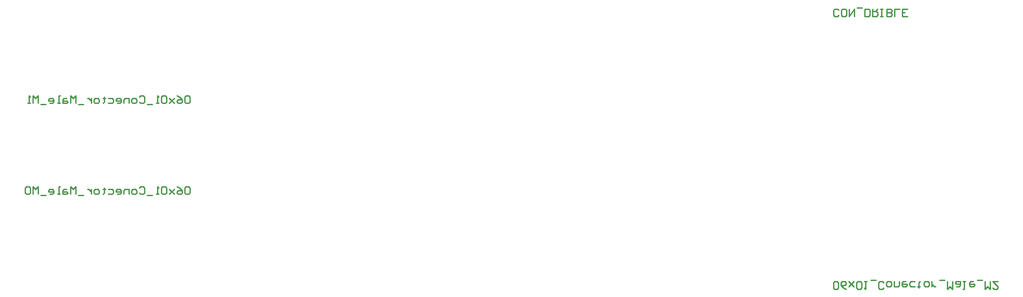
<source format=gbr>
G04 Layer_Color=32896*
%FSLAX23Y23*%
%MOIN*%
%TF.FileFunction,Legend,Bot*%
%TF.Part,Single*%
G01*
G75*
%TA.AperFunction,NonConductor*%
%ADD38C,0.010*%
D38*
X2480Y-1586D02*
X2489Y-1596D01*
X2509D01*
X2519Y-1586D01*
Y-1546D01*
X2509Y-1536D01*
X2489D01*
X2480Y-1546D01*
Y-1586D01*
X2579Y-1596D02*
X2559Y-1586D01*
X2539Y-1566D01*
Y-1546D01*
X2549Y-1536D01*
X2569D01*
X2579Y-1546D01*
Y-1556D01*
X2569Y-1566D01*
X2539D01*
X2599Y-1576D02*
X2639Y-1536D01*
X2619Y-1556D01*
X2639Y-1576D01*
X2599Y-1536D01*
X2659Y-1586D02*
X2669Y-1596D01*
X2689D01*
X2699Y-1586D01*
Y-1546D01*
X2689Y-1536D01*
X2669D01*
X2659Y-1546D01*
Y-1586D01*
X2719Y-1536D02*
X2739D01*
X2729D01*
Y-1596D01*
X2719Y-1586D01*
X2769Y-1527D02*
X2809D01*
X2869Y-1586D02*
X2859Y-1596D01*
X2839D01*
X2829Y-1586D01*
Y-1546D01*
X2839Y-1536D01*
X2859D01*
X2869Y-1546D01*
X2899Y-1536D02*
X2919D01*
X2929Y-1546D01*
Y-1566D01*
X2919Y-1576D01*
X2899D01*
X2889Y-1566D01*
Y-1546D01*
X2899Y-1536D01*
X2949D02*
Y-1576D01*
X2979D01*
X2989Y-1566D01*
Y-1536D01*
X3039D02*
X3019D01*
X3009Y-1546D01*
Y-1566D01*
X3019Y-1576D01*
X3039D01*
X3049Y-1566D01*
Y-1556D01*
X3009D01*
X3109Y-1576D02*
X3079D01*
X3069Y-1566D01*
Y-1546D01*
X3079Y-1536D01*
X3109D01*
X3139Y-1586D02*
Y-1576D01*
X3129D01*
X3149D01*
X3139D01*
Y-1546D01*
X3149Y-1536D01*
X3189D02*
X3209D01*
X3219Y-1546D01*
Y-1566D01*
X3209Y-1576D01*
X3189D01*
X3179Y-1566D01*
Y-1546D01*
X3189Y-1536D01*
X3239Y-1576D02*
Y-1536D01*
Y-1556D01*
X3249Y-1566D01*
X3259Y-1576D01*
X3269D01*
X3299Y-1527D02*
X3339D01*
X3359Y-1536D02*
Y-1596D01*
X3379Y-1576D01*
X3399Y-1596D01*
Y-1536D01*
X3429Y-1576D02*
X3449D01*
X3459Y-1566D01*
Y-1536D01*
X3429D01*
X3419Y-1546D01*
X3429Y-1556D01*
X3459D01*
X3479Y-1536D02*
X3499D01*
X3489D01*
Y-1596D01*
X3479D01*
X3559Y-1536D02*
X3539D01*
X3529Y-1546D01*
Y-1566D01*
X3539Y-1576D01*
X3559D01*
X3569Y-1566D01*
Y-1556D01*
X3529D01*
X3589Y-1527D02*
X3629D01*
X3649Y-1536D02*
Y-1596D01*
X3669Y-1576D01*
X3689Y-1596D01*
Y-1536D01*
X3749D02*
X3709D01*
X3749Y-1576D01*
Y-1586D01*
X3739Y-1596D01*
X3719D01*
X3709Y-1586D01*
X-2480Y-114D02*
X-2489Y-104D01*
X-2509D01*
X-2519Y-114D01*
Y-154D01*
X-2509Y-163D01*
X-2489D01*
X-2480Y-154D01*
Y-114D01*
X-2579Y-104D02*
X-2559Y-114D01*
X-2539Y-134D01*
Y-154D01*
X-2549Y-163D01*
X-2569D01*
X-2579Y-154D01*
Y-144D01*
X-2569Y-134D01*
X-2539D01*
X-2599Y-124D02*
X-2639Y-163D01*
X-2619Y-144D01*
X-2639Y-124D01*
X-2599Y-163D01*
X-2659Y-114D02*
X-2669Y-104D01*
X-2689D01*
X-2699Y-114D01*
Y-154D01*
X-2689Y-163D01*
X-2669D01*
X-2659Y-154D01*
Y-114D01*
X-2719Y-163D02*
X-2739D01*
X-2729D01*
Y-104D01*
X-2719Y-114D01*
X-2769Y-173D02*
X-2809D01*
X-2869Y-114D02*
X-2859Y-104D01*
X-2839D01*
X-2829Y-114D01*
Y-154D01*
X-2839Y-163D01*
X-2859D01*
X-2869Y-154D01*
X-2899Y-163D02*
X-2919D01*
X-2929Y-154D01*
Y-134D01*
X-2919Y-124D01*
X-2899D01*
X-2889Y-134D01*
Y-154D01*
X-2899Y-163D01*
X-2949D02*
Y-124D01*
X-2979D01*
X-2989Y-134D01*
Y-163D01*
X-3039D02*
X-3019D01*
X-3009Y-154D01*
Y-134D01*
X-3019Y-124D01*
X-3039D01*
X-3049Y-134D01*
Y-144D01*
X-3009D01*
X-3109Y-124D02*
X-3079D01*
X-3069Y-134D01*
Y-154D01*
X-3079Y-163D01*
X-3109D01*
X-3139Y-114D02*
Y-124D01*
X-3129D01*
X-3149D01*
X-3139D01*
Y-154D01*
X-3149Y-163D01*
X-3189D02*
X-3209D01*
X-3219Y-154D01*
Y-134D01*
X-3209Y-124D01*
X-3189D01*
X-3179Y-134D01*
Y-154D01*
X-3189Y-163D01*
X-3239Y-124D02*
Y-163D01*
Y-144D01*
X-3249Y-134D01*
X-3259Y-124D01*
X-3269D01*
X-3299Y-173D02*
X-3339D01*
X-3359Y-163D02*
Y-104D01*
X-3379Y-124D01*
X-3399Y-104D01*
Y-163D01*
X-3429Y-124D02*
X-3449D01*
X-3459Y-134D01*
Y-163D01*
X-3429D01*
X-3419Y-154D01*
X-3429Y-144D01*
X-3459D01*
X-3479Y-163D02*
X-3499D01*
X-3489D01*
Y-104D01*
X-3479D01*
X-3559Y-163D02*
X-3539D01*
X-3529Y-154D01*
Y-134D01*
X-3539Y-124D01*
X-3559D01*
X-3569Y-134D01*
Y-144D01*
X-3529D01*
X-3589Y-173D02*
X-3629D01*
X-3649Y-163D02*
Y-104D01*
X-3669Y-124D01*
X-3689Y-104D01*
Y-163D01*
X-3709D02*
X-3729D01*
X-3719D01*
Y-104D01*
X-3709Y-114D01*
X-2480Y-814D02*
X-2489Y-804D01*
X-2509D01*
X-2519Y-814D01*
Y-854D01*
X-2509Y-863D01*
X-2489D01*
X-2480Y-854D01*
Y-814D01*
X-2579Y-804D02*
X-2559Y-814D01*
X-2539Y-834D01*
Y-854D01*
X-2549Y-863D01*
X-2569D01*
X-2579Y-854D01*
Y-844D01*
X-2569Y-834D01*
X-2539D01*
X-2599Y-824D02*
X-2639Y-863D01*
X-2619Y-844D01*
X-2639Y-824D01*
X-2599Y-863D01*
X-2659Y-814D02*
X-2669Y-804D01*
X-2689D01*
X-2699Y-814D01*
Y-854D01*
X-2689Y-863D01*
X-2669D01*
X-2659Y-854D01*
Y-814D01*
X-2719Y-863D02*
X-2739D01*
X-2729D01*
Y-804D01*
X-2719Y-814D01*
X-2769Y-873D02*
X-2809D01*
X-2869Y-814D02*
X-2859Y-804D01*
X-2839D01*
X-2829Y-814D01*
Y-854D01*
X-2839Y-863D01*
X-2859D01*
X-2869Y-854D01*
X-2899Y-863D02*
X-2919D01*
X-2929Y-854D01*
Y-834D01*
X-2919Y-824D01*
X-2899D01*
X-2889Y-834D01*
Y-854D01*
X-2899Y-863D01*
X-2949D02*
Y-824D01*
X-2979D01*
X-2989Y-834D01*
Y-863D01*
X-3039D02*
X-3019D01*
X-3009Y-854D01*
Y-834D01*
X-3019Y-824D01*
X-3039D01*
X-3049Y-834D01*
Y-844D01*
X-3009D01*
X-3109Y-824D02*
X-3079D01*
X-3069Y-834D01*
Y-854D01*
X-3079Y-863D01*
X-3109D01*
X-3139Y-814D02*
Y-824D01*
X-3129D01*
X-3149D01*
X-3139D01*
Y-854D01*
X-3149Y-863D01*
X-3189D02*
X-3209D01*
X-3219Y-854D01*
Y-834D01*
X-3209Y-824D01*
X-3189D01*
X-3179Y-834D01*
Y-854D01*
X-3189Y-863D01*
X-3239Y-824D02*
Y-863D01*
Y-844D01*
X-3249Y-834D01*
X-3259Y-824D01*
X-3269D01*
X-3299Y-873D02*
X-3339D01*
X-3359Y-863D02*
Y-804D01*
X-3379Y-824D01*
X-3399Y-804D01*
Y-863D01*
X-3429Y-824D02*
X-3449D01*
X-3459Y-834D01*
Y-863D01*
X-3429D01*
X-3419Y-854D01*
X-3429Y-844D01*
X-3459D01*
X-3479Y-863D02*
X-3499D01*
X-3489D01*
Y-804D01*
X-3479D01*
X-3559Y-863D02*
X-3539D01*
X-3529Y-854D01*
Y-834D01*
X-3539Y-824D01*
X-3559D01*
X-3569Y-834D01*
Y-844D01*
X-3529D01*
X-3589Y-873D02*
X-3629D01*
X-3649Y-863D02*
Y-804D01*
X-3669Y-824D01*
X-3689Y-804D01*
Y-863D01*
X-3709Y-814D02*
X-3719Y-804D01*
X-3739D01*
X-3749Y-814D01*
Y-854D01*
X-3739Y-863D01*
X-3719D01*
X-3709Y-854D01*
Y-814D01*
X2521Y513D02*
X2511Y503D01*
X2492D01*
X2482Y513D01*
Y553D01*
X2492Y562D01*
X2511D01*
X2521Y553D01*
X2571Y503D02*
X2551D01*
X2541Y513D01*
Y553D01*
X2551Y562D01*
X2571D01*
X2581Y553D01*
Y513D01*
X2571Y503D01*
X2601Y562D02*
Y503D01*
X2641Y562D01*
Y503D01*
X2661Y572D02*
X2701D01*
X2721Y503D02*
Y562D01*
X2751D01*
X2761Y553D01*
Y513D01*
X2751Y503D01*
X2721D01*
X2781Y562D02*
Y503D01*
X2811D01*
X2821Y513D01*
Y533D01*
X2811Y543D01*
X2781D01*
X2801D02*
X2821Y562D01*
X2841Y503D02*
X2861D01*
X2851D01*
Y562D01*
X2841D01*
X2861D01*
X2891Y503D02*
Y562D01*
X2921D01*
X2931Y553D01*
Y543D01*
X2921Y533D01*
X2891D01*
X2921D01*
X2931Y523D01*
Y513D01*
X2921Y503D01*
X2891D01*
X2951D02*
Y562D01*
X2991D01*
X3051Y503D02*
X3011D01*
Y562D01*
X3051D01*
X3011Y533D02*
X3031D01*
%TF.MD5,82b4982cf338a8ebdf8babf921976e09*%
M02*

</source>
